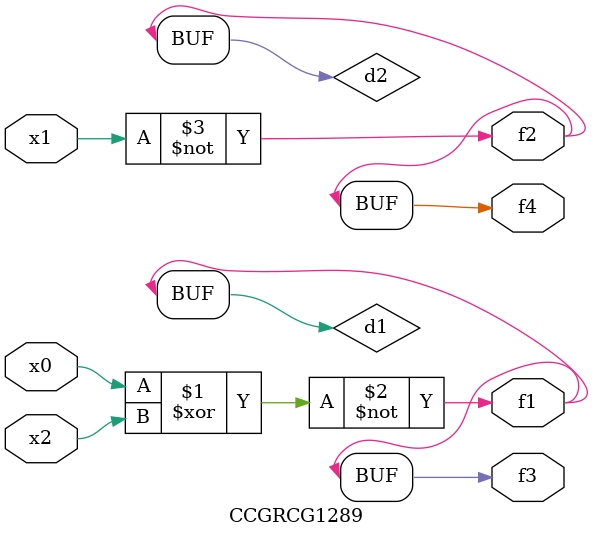
<source format=v>
module CCGRCG1289(
	input x0, x1, x2,
	output f1, f2, f3, f4
);

	wire d1, d2, d3;

	xnor (d1, x0, x2);
	nand (d2, x1);
	nor (d3, x1, x2);
	assign f1 = d1;
	assign f2 = d2;
	assign f3 = d1;
	assign f4 = d2;
endmodule

</source>
